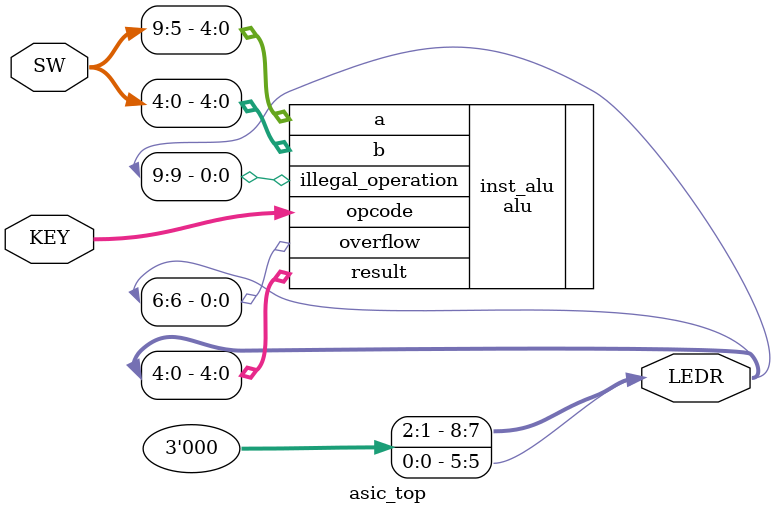
<source format=sv>
module asic_top
(
    input  [1:0] KEY,
    input  [9:0] SW,

    output [9:0] LEDR
);

    assign LEDR[8] = '0;
    assign LEDR[7] = '0;
    assign LEDR[5] = '0;

    alu inst_alu
    (
        .a                 ( SW[9:5]   ),
        .b                 ( SW[4:0]   ),
        .opcode            ( KEY       ),
        .result            ( LEDR[4:0] ),
        .overflow          ( LEDR[6]   ),
        .illegal_operation ( LEDR[9]   )
    );

endmodule

</source>
